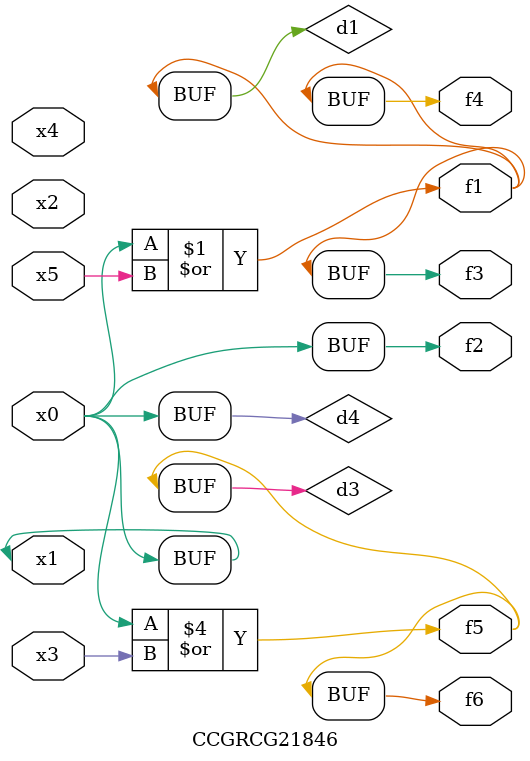
<source format=v>
module CCGRCG21846(
	input x0, x1, x2, x3, x4, x5,
	output f1, f2, f3, f4, f5, f6
);

	wire d1, d2, d3, d4;

	or (d1, x0, x5);
	xnor (d2, x1, x4);
	or (d3, x0, x3);
	buf (d4, x0, x1);
	assign f1 = d1;
	assign f2 = d4;
	assign f3 = d1;
	assign f4 = d1;
	assign f5 = d3;
	assign f6 = d3;
endmodule

</source>
